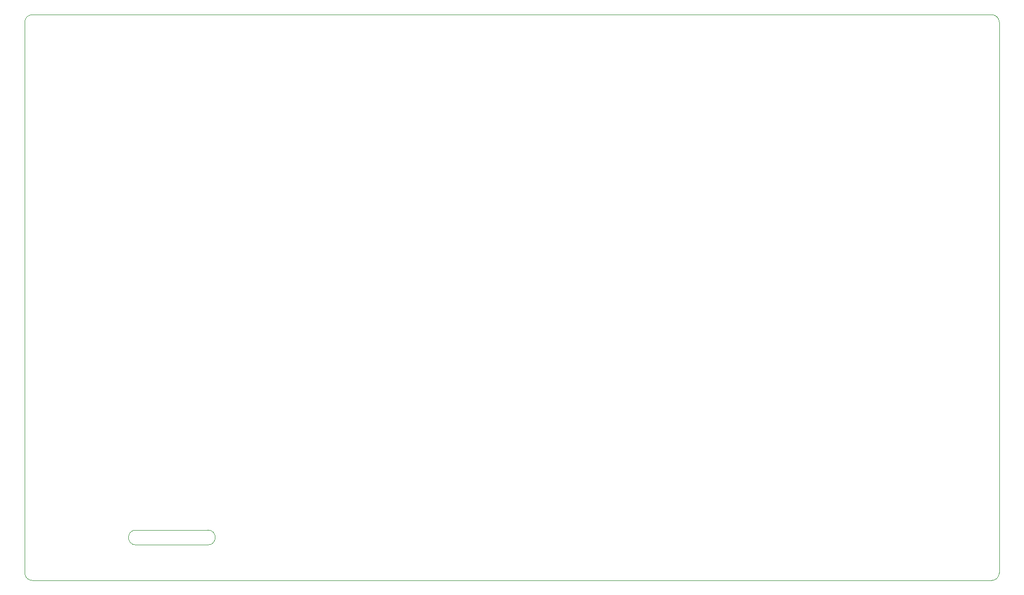
<source format=gbr>
%TF.GenerationSoftware,KiCad,Pcbnew,7.0.5*%
%TF.CreationDate,2024-09-25T00:12:03+08:00*%
%TF.ProjectId,TPS,5450532e-6b69-4636-9164-5f7063625858,rev?*%
%TF.SameCoordinates,Original*%
%TF.FileFunction,Profile,NP*%
%FSLAX46Y46*%
G04 Gerber Fmt 4.6, Leading zero omitted, Abs format (unit mm)*
G04 Created by KiCad (PCBNEW 7.0.5) date 2024-09-25 00:12:03*
%MOMM*%
%LPD*%
G01*
G04 APERTURE LIST*
%TA.AperFunction,Profile*%
%ADD10C,0.100000*%
%TD*%
%TA.AperFunction,Profile*%
%ADD11C,0.120000*%
%TD*%
G04 APERTURE END LIST*
D10*
X69271000Y-118263000D02*
X57168000Y-118263000D01*
D11*
X201155000Y-29000000D02*
X39731000Y-29000000D01*
X38461000Y-122980000D02*
G75*
G03*
X39731000Y-124250000I1270000J0D01*
G01*
X39731000Y-29000000D02*
G75*
G03*
X38461000Y-30270000I0J-1270000D01*
G01*
X202425000Y-122980000D02*
X202425000Y-30270000D01*
D10*
X69271000Y-118263000D02*
G75*
G03*
X69271000Y-115763000I0J1250000D01*
G01*
D11*
X201155000Y-124250000D02*
X39731000Y-124250000D01*
X38461000Y-30270000D02*
X38461000Y-122980000D01*
X201155000Y-124250000D02*
G75*
G03*
X202425000Y-122980000I0J1270000D01*
G01*
D10*
X57168000Y-115763000D02*
G75*
G03*
X57168000Y-118263000I0J-1250000D01*
G01*
D11*
X202425000Y-30270000D02*
G75*
G03*
X201155000Y-29000000I-1270000J0D01*
G01*
D10*
X69271000Y-115763000D02*
X57168000Y-115763000D01*
M02*

</source>
